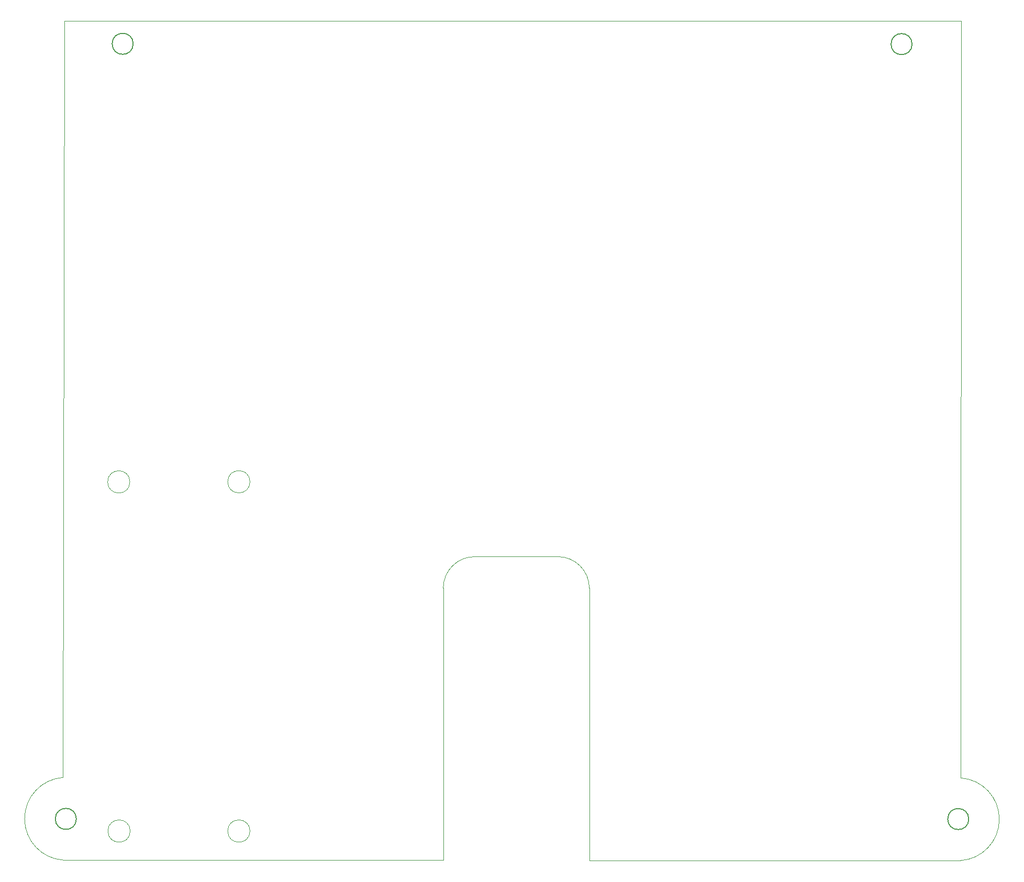
<source format=gbr>
%TF.GenerationSoftware,KiCad,Pcbnew,9.0.6*%
%TF.CreationDate,2026-01-22T10:10:13-06:00*%
%TF.ProjectId,mainboard,6d61696e-626f-4617-9264-2e6b69636164,rev?*%
%TF.SameCoordinates,Original*%
%TF.FileFunction,Profile,NP*%
%FSLAX46Y46*%
G04 Gerber Fmt 4.6, Leading zero omitted, Abs format (unit mm)*
G04 Created by KiCad (PCBNEW 9.0.6) date 2026-01-22 10:10:13*
%MOMM*%
%LPD*%
G01*
G04 APERTURE LIST*
%TA.AperFunction,Profile*%
%ADD10C,0.100000*%
%TD*%
%TA.AperFunction,Profile*%
%ADD11C,0.200000*%
%TD*%
G04 APERTURE END LIST*
D10*
X342255970Y-119567605D02*
X328843220Y-119567605D01*
X262473395Y-32950205D02*
X407473395Y-32950205D01*
X292479795Y-163951005D02*
G75*
G02*
X288879795Y-163951005I-1800000J0D01*
G01*
X288879795Y-163951005D02*
G75*
G02*
X292479795Y-163951005I1800000J0D01*
G01*
X323738595Y-168665805D02*
X323739371Y-124622212D01*
X292480795Y-107451005D02*
G75*
G02*
X288880795Y-107451005I-1800000J0D01*
G01*
X288880795Y-107451005D02*
G75*
G02*
X292480795Y-107451005I1800000J0D01*
G01*
D11*
X273593233Y-36611205D02*
G75*
G02*
X270193233Y-36611205I-1700000J0D01*
G01*
X270193233Y-36611205D02*
G75*
G02*
X273593233Y-36611205I1700000J0D01*
G01*
X264402395Y-161981643D02*
G75*
G02*
X261002395Y-161981643I-1700000J0D01*
G01*
X261002395Y-161981643D02*
G75*
G02*
X264402395Y-161981643I1700000J0D01*
G01*
D10*
X262245195Y-155280005D02*
X262473395Y-32950205D01*
X262311628Y-168644873D02*
G75*
G02*
X262245194Y-155279995I416172J6684673D01*
G01*
X407456995Y-155356205D02*
G75*
G02*
X407390561Y-168721063I-482595J-6680195D01*
G01*
X323739370Y-124622212D02*
G75*
G02*
X328843220Y-119567562I5080030J-25388D01*
G01*
X342257520Y-119567598D02*
G75*
G02*
X347361395Y-124622205I23880J-5080002D01*
G01*
X323738595Y-168665805D02*
X262321395Y-168645473D01*
X407456995Y-155356206D02*
X407473395Y-32950205D01*
X347360595Y-168742005D02*
X347361370Y-124622205D01*
X273061795Y-107473805D02*
G75*
G02*
X269461795Y-107473805I-1800000J0D01*
G01*
X269461795Y-107473805D02*
G75*
G02*
X273061795Y-107473805I1800000J0D01*
G01*
X273108795Y-163951005D02*
G75*
G02*
X269508795Y-163951005I-1800000J0D01*
G01*
X269508795Y-163951005D02*
G75*
G02*
X273108795Y-163951005I1800000J0D01*
G01*
D11*
X408725195Y-162007043D02*
G75*
G02*
X405325195Y-162007043I-1700000J0D01*
G01*
X405325195Y-162007043D02*
G75*
G02*
X408725195Y-162007043I1700000J0D01*
G01*
D10*
X347360595Y-168742005D02*
X407390388Y-168721073D01*
D11*
X399555795Y-36662005D02*
G75*
G02*
X396155795Y-36662005I-1700000J0D01*
G01*
X396155795Y-36662005D02*
G75*
G02*
X399555795Y-36662005I1700000J0D01*
G01*
M02*

</source>
